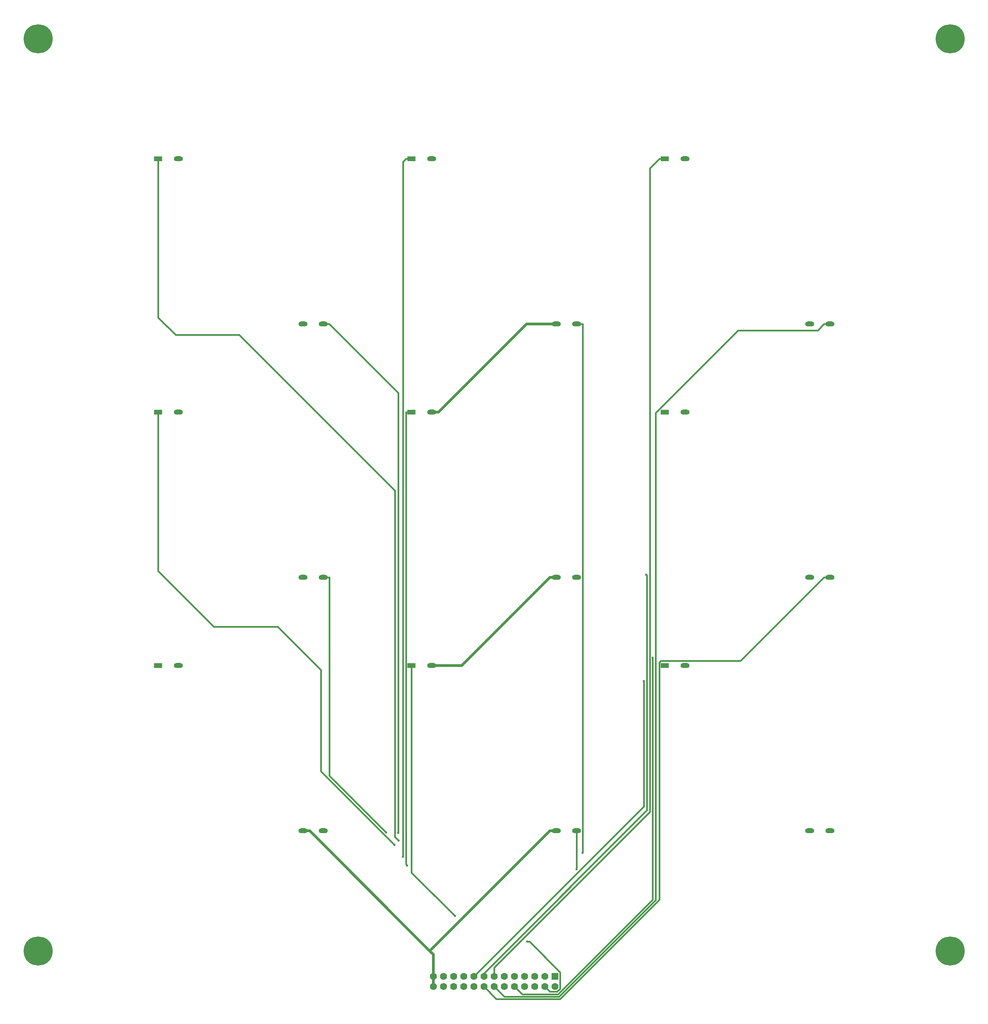
<source format=gbr>
G04 #@! TF.FileFunction,Copper,L2,Bot,Signal*
%FSLAX46Y46*%
G04 Gerber Fmt 4.6, Leading zero omitted, Abs format (unit mm)*
G04 Created by KiCad (PCBNEW 4.0.7-e2-6376~58~ubuntu16.04.1) date Wed Nov 28 15:41:44 2018*
%MOMM*%
%LPD*%
G01*
G04 APERTURE LIST*
%ADD10C,0.100000*%
%ADD11C,7.289800*%
%ADD12R,1.778000X1.778000*%
%ADD13C,1.778000*%
%ADD14R,2.032000X1.270000*%
%ADD15O,2.286000X1.270000*%
%ADD16C,0.600000*%
%ADD17C,0.381000*%
%ADD18C,0.635000*%
G04 APERTURE END LIST*
D10*
D11*
X38100000Y-38100000D03*
X266700000Y-38100000D03*
X266700000Y-266700000D03*
X38100000Y-266700000D03*
D12*
X167640000Y-273050000D03*
D13*
X167640000Y-275590000D03*
X165100000Y-273050000D03*
X165100000Y-275590000D03*
X162560000Y-273050000D03*
X162560000Y-275590000D03*
X160020000Y-273050000D03*
X160020000Y-275590000D03*
X157480000Y-273050000D03*
X157480000Y-275590000D03*
X154940000Y-273050000D03*
X154940000Y-275590000D03*
X152400000Y-273050000D03*
X152400000Y-275590000D03*
X149860000Y-273050000D03*
X149860000Y-275590000D03*
X147320000Y-273050000D03*
X147320000Y-275590000D03*
X144780000Y-273050000D03*
X144780000Y-275590000D03*
X142240000Y-273050000D03*
X142240000Y-275590000D03*
X139700000Y-273050000D03*
X139700000Y-275590000D03*
X137160000Y-273050000D03*
X137160000Y-275590000D03*
D14*
X195199000Y-195199000D03*
D15*
X200279000Y-195199000D03*
X231521000Y-236601000D03*
X236601000Y-236601000D03*
D14*
X195199000Y-131699000D03*
D15*
X200279000Y-131699000D03*
X231521000Y-173101000D03*
X236601000Y-173101000D03*
D14*
X195199000Y-68199000D03*
D15*
X200279000Y-68199000D03*
X231521000Y-109601000D03*
X236601000Y-109601000D03*
D14*
X131699000Y-195199000D03*
D15*
X136779000Y-195199000D03*
X168021000Y-236601000D03*
X173101000Y-236601000D03*
D14*
X131699000Y-131699000D03*
D15*
X136779000Y-131699000D03*
X168021000Y-173101000D03*
X173101000Y-173101000D03*
D14*
X131699000Y-68199000D03*
D15*
X136779000Y-68199000D03*
X168021000Y-109601000D03*
X173101000Y-109601000D03*
D14*
X68199000Y-195199000D03*
D15*
X73279000Y-195199000D03*
X104521000Y-236601000D03*
X109601000Y-236601000D03*
D14*
X68199000Y-131699000D03*
D15*
X73279000Y-131699000D03*
X104521000Y-173101000D03*
X109601000Y-173101000D03*
D14*
X68199000Y-68199000D03*
D15*
X73279000Y-68199000D03*
X104521000Y-109601000D03*
X109601000Y-109601000D03*
D16*
X128468700Y-239029500D03*
X128350300Y-237068600D03*
X127425400Y-240117200D03*
X125341100Y-237011000D03*
X160744600Y-264339500D03*
X129550900Y-243109300D03*
X174638000Y-242074000D03*
X142565600Y-257933600D03*
X173101000Y-246211700D03*
X130595400Y-245272500D03*
X192138200Y-193249000D03*
X190505200Y-172374400D03*
X189916000Y-199073400D03*
D17*
X127534700Y-238095500D02*
X128468700Y-239029500D01*
X127534700Y-151338400D02*
X127534700Y-238095500D01*
X88509500Y-112313200D02*
X127534700Y-151338400D01*
X72581800Y-112313200D02*
X88509500Y-112313200D01*
X68199000Y-107930400D02*
X72581800Y-112313200D01*
X68199000Y-68199000D02*
X68199000Y-107930400D01*
D18*
X137160000Y-275590000D02*
X137160000Y-273050000D01*
X160541000Y-109601000D02*
X138443000Y-131699000D01*
X168021000Y-109601000D02*
X160541000Y-109601000D01*
X136779000Y-131699000D02*
X138443000Y-131699000D01*
X168021000Y-236601000D02*
X166357000Y-236601000D01*
X104521000Y-236601000D02*
X106185000Y-236601000D01*
X106185000Y-236601000D02*
X136271000Y-266687000D01*
X137160000Y-267576000D02*
X136271000Y-266687000D01*
X137160000Y-273050000D02*
X137160000Y-267576000D01*
X136271000Y-266687000D02*
X166357000Y-236601000D01*
X144259000Y-195199000D02*
X166357000Y-173101000D01*
X136779000Y-195199000D02*
X144259000Y-195199000D01*
X168021000Y-173101000D02*
X166357000Y-173101000D01*
D17*
X128350300Y-126813300D02*
X128350300Y-237068600D01*
X111138000Y-109601000D02*
X128350300Y-126813300D01*
X109601000Y-109601000D02*
X111138000Y-109601000D01*
X108950500Y-221642300D02*
X127425400Y-240117200D01*
X108950500Y-196230600D02*
X108950500Y-221642300D01*
X98142700Y-185422800D02*
X108950500Y-196230600D01*
X82191400Y-185422800D02*
X98142700Y-185422800D01*
X68199000Y-171430400D02*
X82191400Y-185422800D01*
X68199000Y-131699000D02*
X68199000Y-171430400D01*
X111138000Y-222807900D02*
X125341100Y-237011000D01*
X111138000Y-173101000D02*
X111138000Y-222807900D01*
X109601000Y-173101000D02*
X111138000Y-173101000D01*
X161288200Y-264339500D02*
X160744600Y-264339500D01*
X168951400Y-272002700D02*
X161288200Y-264339500D01*
X168951400Y-276155700D02*
X168951400Y-272002700D01*
X168196500Y-276910600D02*
X168951400Y-276155700D01*
X166420600Y-276910600D02*
X168196500Y-276910600D01*
X165100000Y-275590000D02*
X166420600Y-276910600D01*
X129550900Y-68937100D02*
X129550900Y-243109300D01*
X130289000Y-68199000D02*
X129550900Y-68937100D01*
X131699000Y-68199000D02*
X130289000Y-68199000D01*
X173101000Y-109601000D02*
X174638000Y-109601000D01*
X174638000Y-109601000D02*
X174638000Y-242074000D01*
X131699000Y-247067000D02*
X142565600Y-257933600D01*
X131699000Y-195199000D02*
X131699000Y-247067000D01*
X173101000Y-236601000D02*
X173101000Y-246211700D01*
X130289000Y-244966100D02*
X130595400Y-245272500D01*
X130289000Y-131699000D02*
X130289000Y-244966100D01*
X131699000Y-131699000D02*
X130289000Y-131699000D01*
X159417900Y-277527900D02*
X157480000Y-275590000D01*
X168414700Y-277527900D02*
X159417900Y-277527900D01*
X192138200Y-253804400D02*
X168414700Y-277527900D01*
X192138200Y-193249000D02*
X192138200Y-253804400D01*
X195199000Y-68199000D02*
X193789000Y-68199000D01*
X152400000Y-270857800D02*
X152400000Y-273050000D01*
X191418000Y-231839800D02*
X152400000Y-270857800D01*
X191418000Y-70570000D02*
X191418000Y-231839800D01*
X193789000Y-68199000D02*
X191418000Y-70570000D01*
X236601000Y-109601000D02*
X235064000Y-109601000D01*
X233527000Y-111138000D02*
X235064000Y-109601000D01*
X213551200Y-111138000D02*
X233527000Y-111138000D01*
X192858400Y-131830800D02*
X213551200Y-111138000D01*
X192858400Y-253910900D02*
X192858400Y-131830800D01*
X168656800Y-278112500D02*
X192858400Y-253910900D01*
X154922500Y-278112500D02*
X168656800Y-278112500D01*
X152400000Y-275590000D02*
X154922500Y-278112500D01*
X149860000Y-272263700D02*
X149860000Y-273050000D01*
X190703600Y-231420100D02*
X149860000Y-272263700D01*
X190703600Y-172572800D02*
X190703600Y-231420100D01*
X190505200Y-172374400D02*
X190703600Y-172572800D01*
X236601000Y-173101000D02*
X235064000Y-173101000D01*
X214161400Y-194003600D02*
X235064000Y-173101000D01*
X194185500Y-194003600D02*
X214161400Y-194003600D01*
X193788900Y-194400200D02*
X194185500Y-194003600D01*
X193788900Y-253807000D02*
X193788900Y-194400200D01*
X168898900Y-278697000D02*
X193788900Y-253807000D01*
X152967000Y-278697000D02*
X168898900Y-278697000D01*
X149860000Y-275590000D02*
X152967000Y-278697000D01*
X189916000Y-230454000D02*
X147320000Y-273050000D01*
X189916000Y-199073400D02*
X189916000Y-230454000D01*
M02*

</source>
